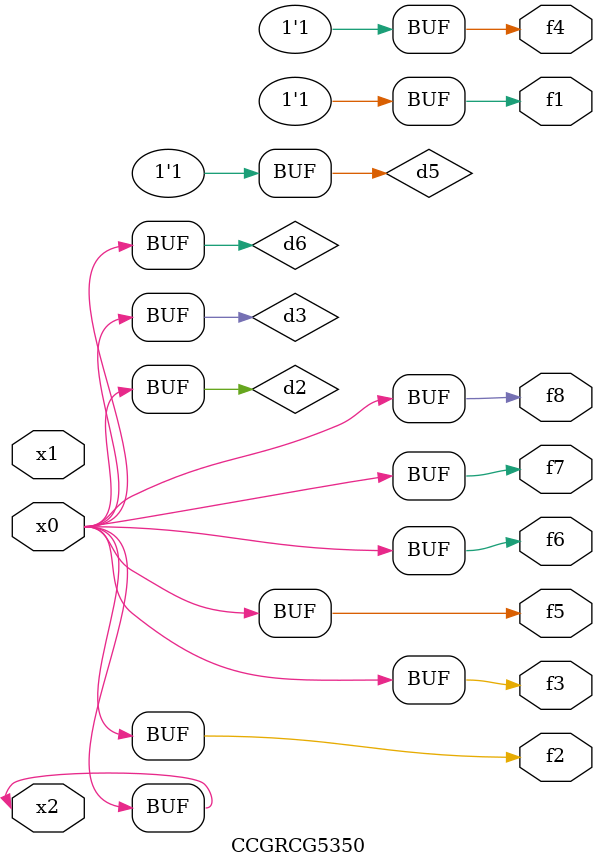
<source format=v>
module CCGRCG5350(
	input x0, x1, x2,
	output f1, f2, f3, f4, f5, f6, f7, f8
);

	wire d1, d2, d3, d4, d5, d6;

	xnor (d1, x2);
	buf (d2, x0, x2);
	and (d3, x0);
	xnor (d4, x1, x2);
	nand (d5, d1, d3);
	buf (d6, d2, d3);
	assign f1 = d5;
	assign f2 = d6;
	assign f3 = d6;
	assign f4 = d5;
	assign f5 = d6;
	assign f6 = d6;
	assign f7 = d6;
	assign f8 = d6;
endmodule

</source>
